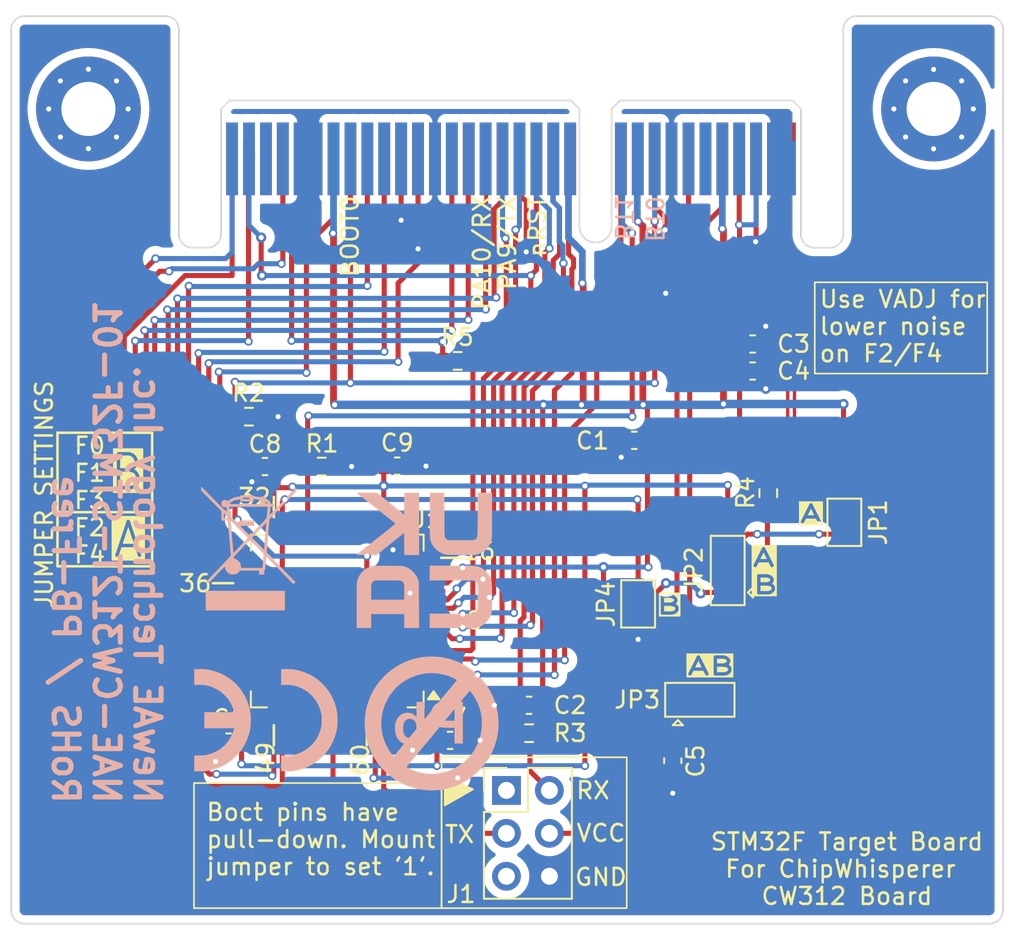
<source format=kicad_pcb>
(kicad_pcb (version 20240108) (generator "pcbnew") (generator_version "8.0")
  (layers (0 "F.Cu" signal) (31 "B.Cu" signal) (34 "B.Paste" user) (35 "F.Paste" user) (36 "B.SilkS" user "B.Silkscreen") (37 "F.SilkS" user "F.Silkscreen") (38 "B.Mask" user) (39 "F.Mask" user) (44 "Edge.Cuts" user))
  (net 0 "")
  (net 1 "VCC")
  (net 2 "GND")
  (net 3 "/FILT_HP")
  (net 4 "Net-(U1B-VDD_1)")
  (net 6 "/CAN RX")
  (net 7 "/CAN TX")
  (net 9 "Net-(U1A-VSS_1)")
  (net 10 "Net-(P1-SHUNTL)")
  (net 11 "Net-(P1-VCC1.2)")
  (net 12 "Net-(P1-FILTIN)")
  (net 13 "/PC3")
  (net 14 "/TX")
  (net 16 "/TDI")
  (net 17 "/BOOT1")
  (net 19 "/PC1")
  (net 20 "/LED2")
  (net 22 "/TCK")
  (net 23 "/nRST")
  (net 24 "/LED3")
  (net 28 "/BOOT0")
  (net 29 "/GPIO3")
  (net 30 "/TRST")
  (net 32 "/CS")
  (net 34 "/PC0")
  (net 36 "/PC2")
  (net 38 "/MISO")
  (net 39 "/LED1")
  (net 40 "/SCK")
  (net 41 "/TMS")
  (net 42 "/MOSI")
  (net 46 "/TDO")
  (net 48 "Net-(P1-CLKOUT)")
  (net 51 "/GPIO4")
  (net 53 "/RX")
  (net 54 "/CLKI")
  (net 75 "/TD0")
  (footprint "Resistor_SMD:R_0603_1608Metric" (layer "F.Cu") (at 125.325 79.25)
    (property "Reference" "R2")
    (property "Value" "RES_10k_0603" (hide yes))
  )
  (footprint "Capacitor_SMD:C_0603_1608Metric" (layer "F.Cu") (at 150.4 99.6 90)
    (property "Reference" "C5")
    (property "Value" "CAP_100n_25V_0603" (hide yes))
  )
  (footprint "tutorial_2_library:CW312_Template" (layer "F.Cu") (at 115.83 61.045)
    (property "Reference" "P1" (hide yes))
    (property "Value" "PCIEx4 EDGE CONNECTOR" (hide yes))
    (fp_line (start -4.57 -4.69) (end -4.57 47.4) (stroke (width 0.1)) (layer "Edge.Cuts"))
    (fp_line (start 4.55 -5.49) (end -3.77 -5.49) (stroke (width 0.1)) (layer "Edge.Cuts"))
    (fp_line (start 5.35 7.4) (end 5.35 -4.69) (stroke (width 0.1)) (layer "Edge.Cuts"))
    (fp_line (start 7.05 8.2) (end 6.15 8.2) (stroke (width 0.1)) (layer "Edge.Cuts"))
    (fp_line (start 7.85 0) (end 8.35 -0.5) (stroke (width 0.1)) (layer "Edge.Cuts"))
    (fp_line (start 7.85 7.4) (end 7.85 0) (stroke (width 0.1)) (layer "Edge.Cuts"))
    (fp_line (start 28.55 -0.5) (end 8.35 -0.5) (stroke (width 0.1)) (layer "Edge.Cuts"))
    (fp_line (start 29.05 0) (end 28.55 -0.5) (stroke (width 0.1)) (layer "Edge.Cuts"))
    (fp_line (start 29.05 6.95) (end 29.05 0) (stroke (width 0.1)) (layer "Edge.Cuts"))
    (fp_line (start 30.95 0) (end 31.45 -0.5) (stroke (width 0.1)) (layer "Edge.Cuts"))
    (fp_line (start 30.95 6.95) (end 30.95 0) (stroke (width 0.1)) (layer "Edge.Cuts"))
    (fp_line (start 41.65 -0.5) (end 31.45 -0.5) (stroke (width 0.1)) (layer "Edge.Cuts"))
    (fp_line (start 42.15 0) (end 41.65 -0.5) (stroke (width 0.1)) (layer "Edge.Cuts"))
    (fp_line (start 42.15 7.41) (end 42.15 0) (stroke (width 0.1)) (layer "Edge.Cuts"))
    (fp_line (start 42.95 8.21) (end 43.86 8.21) (stroke (width 0.1)) (layer "Edge.Cuts"))
    (fp_line (start 44.66 7.41) (end 44.66 -4.69) (stroke (width 0.1)) (layer "Edge.Cuts"))
    (fp_line (start 45.46 -5.49) (end 53.31 -5.49) (stroke (width 0.1)) (layer "Edge.Cuts"))
    (fp_line (start 53.31 48.2) (end -3.77 48.2) (stroke (width 0.1)) (layer "Edge.Cuts"))
    (fp_line (start 54.11 -4.69) (end 54.11 47.4) (stroke (width 0.1)) (layer "Edge.Cuts"))
    (fp_arc (start -4.57 -4.69) (mid -4.335685 -5.255685) (end -3.77 -5.49) (stroke (width 0.1)) (layer "Edge.Cuts"))
    (fp_arc (start -3.77 48.2) (mid -4.335685 47.965685) (end -4.57 47.4) (stroke (width 0.1)) (layer "Edge.Cuts"))
    (fp_arc (start 4.55 -5.49) (mid 5.115685 -5.255685) (end 5.35 -4.69) (stroke (width 0.1)) (layer "Edge.Cuts"))
    (fp_arc (start 6.15 8.2) (mid 5.584315 7.965685) (end 5.35 7.4) (stroke (width 0.1)) (layer "Edge.Cuts"))
    (fp_arc (start 7.85 7.4) (mid 7.615685 7.965685) (end 7.05 8.2) (stroke (width 0.1)) (layer "Edge.Cuts"))
    (fp_arc (start 30.95 6.95) (mid 30 7.9) (end 29.05 6.95) (stroke (width 0.1)) (layer "Edge.Cuts"))
    (fp_arc (start 42.95 8.21) (mid 42.384315 7.975685) (end 42.15 7.41) (stroke (width 0.1)) (layer "Edge.Cuts"))
    (fp_arc (start 44.66 -4.69) (mid 44.894315 -5.255685) (end 45.46 -5.49) (stroke (width 0.1)) (layer "Edge.Cuts"))
    (fp_arc (start 44.66 7.41) (mid 44.425685 7.975685) (end 43.86 8.21) (stroke (width 0.1)) (layer "Edge.Cuts"))
    (fp_arc (start 53.31 -5.49) (mid 53.875685 -5.255685) (end 54.11 -4.69) (stroke (width 0.1)) (layer "Edge.Cuts"))
    (fp_arc (start 54.11 47.4) (mid 53.875685 47.965685) (end 53.31 48.2) (stroke (width 0.1)) (layer "Edge.Cuts"))
  )
  (footprint "Resistor_SMD:R_0603_1608Metric" (layer "F.Cu") (at 156.05 83.775 90)
    (property "Reference" "R4")
    (property "Value" "22R_0603" (hide yes))
  )
  (footprint "Jumper:SolderJumper-2_P1.3mm_Open_Pad1.0x1.5mm" (layer "F.Cu") (at 160.55 85.5 90)
    (property "Reference" "JP1")
    (property "Value" "~")
  )
  (footprint "Package_QFP:TQFP-64_10x10mm_P0.5mm" (layer "F.Cu") (at 130.55 91.3375 180)
    (property "Reference" "U1")
    (property "Value" "STM32F100RBT6B" (hide yes))
  )
  (footprint "Jumper:SolderJumper-2_P1.3mm_Open_Pad1.0x1.5mm" (layer "F.Cu") (at 148.35 90.325 90)
    (property "Reference" "JP4")
    (property "Value" "~")
  )
  (footprint "Capacitor_SMD:C_0603_1608Metric" (layer "F.Cu") (at 155.125 74.95 180)
    (property "Reference" "C3")
    (property "Value" "CAP_2u2_10V_0603" (hide yes))
  )
  (footprint "Capacitor_SMD:C_0603_1608Metric" (layer "F.Cu") (at 141.9 96.325)
    (property "Reference" "C2")
    (property "Value" "CAP_100n_25V_0603" (hide yes))
  )
  (footprint "Silkscrren_Symbols:Pb_Free_8.0x8.0mm_SilkScreen" (layer "F.Cu") (at 135.4 97.4)
    (property "Reference" "PCB3" (hide yes))
    (property "Value" "Pb_Free" (hide yes))
  )
  (footprint "Resistor_SMD:R_0603_1608Metric" (layer "F.Cu") (at 141.9 97.975)
    (property "Reference" "R3")
    (property "Value" "RES_10k_0603" (hide yes))
  )
  (footprint "Capacitor_SMD:C_0603_1608Metric" (layer "F.Cu") (at 155.125 76.55 180)
    (property "Reference" "C4")
    (property "Value" "CAP_100n_25V_0603" (hide yes))
  )
  (footprint "Silkscrren_Symbols:CE-Logo_8.5x6mm_SilkScreen" (layer "F.Cu") (at 126.332909 97.200791)
    (property "Reference" "PCB1" (hide yes))
    (property "Value" "CE" (hide yes))
  )
  (footprint "Capacitor_SMD:C_0603_1608Metric" (layer "F.Cu") (at 148.125 80.65)
    (property "Reference" "C1")
    (property "Value" "CAP_100n_25V_0603" (hide yes))
  )
  (footprint "Resistor_SMD:R_0603_1608Metric" (layer "F.Cu") (at 137.675 75.95)
    (property "Reference" "R5")
    (property "Value" "RES_22R_0603" (hide yes))
  )
  (footprint "Jumper:SolderJumper-3_P1.3mm_Bridged2Bar12_Pad1.0x1.5mm" (layer "F.Cu") (at 153.65 88.35 90)
    (property "Reference" "JP2")
    (property "Value" "~")
  )
  (footprint "Capacitor_SMD:C_0603_1608Metric" (layer "F.Cu") (at 126.275 82.2)
    (property "Reference" "C8")
    (property "Value" "CAP_100n_25V_0603" (hide yes))
  )
  (footprint "Resistor_SMD:R_0603_1608Metric" (layer "F.Cu") (at 129.625 82.2)
    (property "Reference" "R1")
    (property "Value" "RES_10k_0603" (hide yes))
  )
  (footprint "Connector_PinHeader_2.54mm:PinHeader_2x03_P2.54mm_Vertical" (layer "F.Cu") (at 140.56 101.36)
    (property "Reference" "J1")
    (property "Value" "HDR_2x3_2.54")
  )
  (footprint "Silkscrren_Symbols:UKCA-Logo_8x8mm_SilkScreen" (layer "F.Cu") (at 135.069899 87.750334)
    (property "Reference" "PCB4" (hide yes))
    (property "Value" "UKCA symbol" (hide yes))
  )
  (footprint "Capacitor_SMD:C_0603_1608Metric" (layer "F.Cu") (at 137.225 98.4 180)
    (property "Reference" "C7")
    (property "Value" "CAP_100n_25V_0603" (hide yes))
  )
  (footprint "Capacitor_SMD:C_0603_1608Metric" (layer "F.Cu") (at 124.125 98.5)
    (property "Reference" "C6")
    (property "Value" "CAP_100n_25V_0603" (hide yes))
  )
  (footprint "Capacitor_SMD:C_0603_1608Metric" (layer "F.Cu") (at 134.1 82.175 180)
    (property "Reference" "C9")
    (property "Value" "CAP_100n_25V_0603" (hide yes))
  )
  (footprint "Silkscrren_Symbols:WEEE-Logo_5.6x8mm_SilkScreen" (layer "F.Cu") (at 124.232909 86.700791)
    (property "Reference" "PCB2" (hide yes))
    (property "Value" "WEEE" (hide yes))
  )
  (footprint "Jumper:SolderJumper-3_P1.3mm_Bridged2Bar12_Pad1.0x1.5mm" (layer "F.Cu") (at 152 96)
    (property "Reference" "JP3")
    (property "Value" "~" (hide yes))
  )
  (gr_line (start 125.6 63.9) (end 125.2 64.3) (stroke (width 0.2)) (layer "B.Cu") (net 23))
  (gr_line (start 137.5 91.3) (end 138.1 91.3) (stroke (width 0.153)) (layer "F.SilkS"))
  (gr_line (start 126.8 83.999999) (end 126.8 85.200001) (stroke (width 0.153)) (layer "F.SilkS"))
  (gr_rect (start 114 80.2) (end 119.6 88.1) (stroke (width 0.153)) (fill none) (layer "F.SilkS"))
  (gr_line (start 136.5 91.6) (end 137.2 91.6) (stroke (width 0.153)) (layer "F.SilkS"))
  (gr_line (start 136.7 87.6) (end 137.9 87.6) (stroke (width 0.153)) (layer "F.SilkS"))
  (gr_line (start 132.3 98.7) (end 132.3 97.5) (stroke (width 0.153)) (layer "F.SilkS"))
  (gr_line (start 123.2 89.1) (end 124.4 89.1) (stroke (width 0.153)) (layer "F.SilkS"))
  (gr_line (start 114 84.9) (end 119.6 84.9) (stroke (width 0.153)) (layer "F.SilkS"))
  (gr_line (start 140.5 66.2) (end 140.5 66.4) (stroke (width 0.1)) (layer "F.SilkS"))
  (gr_rect (start 158.8 71.3) (end 169 76.7) (stroke (width 0.1)) (fill none) (layer "F.SilkS"))
  (gr_line (start 139.2 66.2) (end 139.2 66.4) (stroke (width 0.1)) (layer "F.SilkS"))
  (gr_line (start 137.2 91.6) (end 137.48786 91.31214) (stroke (width 0.153)) (layer "F.SilkS"))
  (gr_rect (start 122.075 100.925) (end 136.725 108.325) (stroke (width 0.1)) (fill none) (layer "F.SilkS"))
  (gr_rect (start 136.725 99.4) (end 147.675 108.325) (stroke (width 0.1)) (fill none) (layer "F.SilkS"))
  (gr_poly (pts (xy 138.584999 101.294286) (xy 136.91 102.251428) (xy 136.91 100.576429)) (stroke (width 0.1)) (fill solid) (layer "F.SilkS"))
  (gr_line (start 126.8 98.7) (end 126.8 97.5) (stroke (width 0.153)) (layer "F.SilkS"))
  (gr_text "BT0\n\n\n" (at 145.5 66.1 270) (layer "B.SilkS") (effects (font (size 1 1) (thickness 0.153)) (justify right bottom mirror)))
  (gr_text "NewAE Technology Inc.\nNAE-CW312T-STM32F-01\nRoHS / PB-Free" (at 113.6 102.3 270) (layer "B.SilkS") (effects (font (size 1.5 1.5) (thickness 0.3) (bold yes)) (justify left bottom mirror)))
  (gr_text "BT1\n\n\n" (at 143.7 66 270) (layer "B.SilkS") (effects (font (size 1 1) (thickness 0.153)) (justify right bottom mirror)))
  (gr_text "VCC\n" (at 144.625 104.475 0) (layer "F.SilkS") (effects (font (size 1 1) (thickness 0.153)) (justify left bottom)))
  (gr_text "36" (at 121.1 89.7 0) (layer "F.SilkS") (effects (font (size 1 1) (thickness 0.153)) (justify left bottom)))
  (gr_text "BOOT0\n\n" (at 133.5 71.090476 90) (layer "F.SilkS") (effects (font (size 1 1) (thickness 0.153)) (justify left bottom)))
  (gr_text "JUMPER SETTINGS\n" (at 113.8 90.7 90) (layer "F.SilkS") (effects (font (size 1 1) (thickness 0.153)) (justify left bottom)))
  (gr_text "32" (at 124.6 84.6 0) (layer "F.SilkS") (effects (font (size 1 1) (thickness 0.153)) (justify left bottom)))
  (gr_text "nRST\n\n\n" (at 146.2 69.9 90) (layer "F.SilkS") (effects (font (size 1 1) (thickness 0.153)) (justify left bottom)))
  (gr_text "B" (at 117 83.7 0) (layer "F.SilkS" knockout) (effects (font (size 2 2) (thickness 0.2) (bold yes)) (justify left bottom)))
  (gr_text "F0\nF1\nF3\nF2\nF4" (at 114.9 88 0) (layer "F.SilkS") (effects (font (size 1 1) (thickness 0.153)) (justify left bottom)))
  (gr_text "49" (at 126.9 100.5 90) (layer "F.SilkS") (effects (font (size 1 1) (thickness 0.153)) (justify left bottom)))
  (gr_text "60" (at 132.5 100.6 90) (layer "F.SilkS") (effects (font (size 1 1) (thickness 0.153)) (justify left bottom)))
  (gr_text "TX\n" (at 136.825 104.55 0) (layer "F.SilkS") (effects (font (size 1 1) (thickness 0.153)) (justify left bottom)))
  (gr_text "B\n" (at 149.3 91 0) (layer "F.SilkS" knockout) (effects (font (size 1 1.5) (thickness 0.2)) (justify left bottom)))
  (gr_text " AB \n" (at 150 94.6 0) (layer "F.SilkS" knockout) (effects (font (size 1 1.5) (thickness 0.2)) (justify left bottom)))
  (gr_text "8" (at 138.1 91.9 0) (layer "F.SilkS") (effects (font (size 1 1) (thickness 0.153)) (justify left bottom)))
  (gr_text "GND\n" (at 144.525 107.075 0) (layer "F.SilkS") (effects (font (size 1 1) (thickness 0.153)) (justify left bottom)))
  (gr_text "PA10/RX\n" (at 139.7 73.042857 90) (layer "F.SilkS") (effects (font (size 1 1) (thickness 0.153)) (justify left bottom)))
  (gr_text "Boct pins have \npull-down. Mount \njumper to set '1'." (at 122.725 106.45 0) (layer "F.SilkS") (effects (font (size 1 1) (thickness 0.153)) (justify left bottom)))
  (gr_text "STM32F Target Board\nFor ChipWhisperer \nCW312 Board\n" (at 160.7 108.2 0) (layer "F.SilkS") (effects (font (size 1 1) (thickness 0.153)) (justify bottom)))
  (gr_text "A\nB\n" (at 155 89.8 0) (layer "F.SilkS" knockout) (effects (font (size 1 1.5) (thickness 0.2)) (justify left bottom)))
  (gr_text "PA9/TX\n" (at 141.2 71.852381 90) (layer "F.SilkS") (effects (font (size 1 1) (thickness 0.153)) (justify left bottom)))
  (gr_text "Use VADJ for \nlower noise \non F2/F4" (at 159 76.1 0) (layer "F.SilkS") (effects (font (size 1 1) (thickness 0.153)) (justify left bottom)))
  (gr_text "16" (at 137.9 87.8 0) (layer "F.SilkS") (effects (font (size 1 1) (thickness 0.153)) (justify left bottom)))
  (gr_text "A" (at 157.8 85.6 0) (layer "F.SilkS" knockout) (effects (font (size 1 1.5) (thickness 0.2)) (justify left bottom)))
  (gr_text "A" (at 117.2 87.7 0) (layer "F.SilkS" knockout) (effects (font (size 2 2) (thickness 0.2)) (justify left bottom)))
  (gr_text "RX" (at 144.6 101.95 0) (layer "F.SilkS") (effects (font (size 1 1) (thickness 0.153)) (justify left bottom)))
  (segment (start 142.625 96.375) (end 142.675 96.325) (width 0.3) (layer "F.Cu") (net 1))
  (segment (start 145 78.55) (end 145.1 78.45) (width 0.4) (layer "F.Cu") (net 1))
  (segment (start 145.1 78.45) (end 145.1 71.4) (width 0.4) (layer "F.Cu") (net 1))
  (segment (start 142.75 78.55) (end 142.7 78.6) (width 0.3) (layer "F.Cu") (net 1))
  (segment (start 137.973733 88.193032) (end 137.947588 88.193032) (width 0.3) (layer "F.Cu") (net 1))
  (segment (start 145.55 103.9) (end 143.125 103.9) (width 0.3) (layer "F.Cu") (net 1))
  (segment (start 137.05312 89.0875) (end 136.2125 89.0875) (width 0.3) (layer "F.Cu") (net 1))
  (segment (start 153.33 68.13) (end 153.4 68.2) (width 0.4) (layer "F.Cu") (net 1))
  (segment (start 137.947588 88.193032) (end 137.05312 89.0875) (width 0.3) (layer "F.Cu") (net 1))
  (segment (start 146.3 88.15) (end 146.3 98.85) (width 0.3) (layer "F.Cu") (net 1))
  (segment (start 146.3 103.15) (end 145.55 103.9) (width 0.3) (layer "F.Cu") (net 1))
  (segment (start 153.4 68.2) (end 153.4 78.5) (width 0.4) (layer "F.Cu") (net 1))
  (segment (start 146.3 98.85) (end 148.4 98.85) (width 0.3) (layer "F.Cu") (net 1))
  (segment (start 148.9 88.1) (end 148.9 80.65) (width 0.3) (layer "F.Cu") (net 1))
  (segment (start 148.4 98.85) (end 153.3 98.85) (width 0.3) (layer "F.Cu") (net 1))
  (segment (start 142.725 96.275) (end 142.675 96.325) (width 0.3) (layer "F.Cu") (net 1))
  (segment (start 148.63 78.53) (end 148.63 67.98) (width 0.4) (layer "F.Cu") (net 1))
  (segment (start 148.63 67.98) (end 148.35 67.7) (width 0.4) (layer "F.Cu") (net 1))
  (segment (start 130.4 78.55) (end 130.33 78.48) (width 0.4) (layer "F.Cu") (net 1))
  (segment (start 160.5 78.5) (end 160.5 84.8) (width 0.3) (layer "F.Cu") (net 1))
  (segment (start 145.1 71.4) (end 145.05 71.35) (width 0.4) (layer "F.Cu") (net 1))
  (segment (start 130.3 68.4) (end 130.33 68.43) (width 0.3) (layer "F.Cu") (net 1))
  (segment (start 153.4 78.5) (end 153.35 78.45) (width 0.4) (layer "F.Cu") (net 1))
  (segment (start 153.3 98.85) (end 153.3 96) (width 0.3) (layer "F.Cu") (net 1))
  (segment (start 148.65 78.55) (end 148.9 78.8) (width 0.3) (layer "F.Cu") (net 1))
  (segment (start 148.9 78.8) (end 148.9 80.65) (width 0.3) (layer "F.Cu") (net 1))
  (segment (start 142.7 78.6) (end 142.7 97.95) (width 0.3) (layer "F.Cu") (net 1))
  (segment (start 142.625 96.275) (end 142.675 96.325) (width 0.3) (layer "F.Cu") (net 1))
  (segment (start 146.3 98.85) (end 146.3 103.15) (width 0.3) (layer "F.Cu") (net 1))
  (segment (start 142.7 97.95) (end 142.725 97.975) (width 0.3) (layer "F.Cu") (net 1))
  (segment (start 160.5 84.8) (end 160.55 84.85) (width 0.3) (layer "F.Cu") (net 1))
  (segment (start 148.65 78.55) (end 148.63 78.53) (width 0.4) (layer "F.Cu") (net 1))
  (segment (start 130.33 78.48) (end 130.33 68.43) (width 0.4) (layer "F.Cu") (net 1))
  (segment (start 148.95 88.15) (end 148.9 88.1) (width 0.3) (layer "F.Cu") (net 1))
  (via (at 130.4 78.55) (size 0.5) (drill 0.3) (layers "F.Cu" "B.Cu") (net 1))
  (via (at 145 78.55) (size 0.5) (drill 0.3) (layers "F.Cu" "B.Cu") (net 1))
  (via (at 137.973733 88.193032) (size 0.5) (drill 0.3) (layers "F.Cu" "B.Cu") (net 1))
  (via (at 130.3 68.4) (size 0.5) (drill 0.3) (layers "F.Cu" "B.Cu") (net 1))
  (via (at 146.3 88.15) (size 0.6) (drill 0.3) (layers "F.Cu" "B.Cu") (net 1))
  (via (at 145.05 71.35) (size 0.5) (drill 0.3) (layers "F.Cu" "B.Cu") (net 1))
  (via (at 148.65 78.55) (size 0.5) (drill 0.3) (layers "F.Cu" "B.Cu") (net 1))
  (via (at 148.35 67.7) (size 0.5) (drill 0.3) (layers "F.Cu" "B.Cu") (net 1))
  (via (at 153.33 68.13) (size 0.5) (drill 0.3) (layers "F.Cu" "B.Cu") (net 1))
  (via (at 160.5 78.5) (size 0.6) (drill 0.3) (layers "F.Cu" "B.Cu") (net 1))
  (via (at 148.95 88.15) (size 0.5) (drill 0.3) (layers "F.Cu" "B.Cu") (net 1))
  (via (at 153.4 78.5) (size 0.5) (drill 0.3) (layers "F.Cu" "B.Cu") (net 1))
  (via (at 142.75 78.55) (size 0.6) (drill 0.3) (layers "F.Cu" "B.Cu") (net 1))
  (segment (start 138.016765 88.15) (end 137.973733 88.193032) (width 0.3) (layer "B.Cu") (net 1))
  (segment (start 148.3 67.65) (end 148.35 67.7) (width 0.4) (layer "B.Cu") (net 1))
  (segment (start 130.33 63.995) (end 130.33 68.37) (width 0.4) (layer "B.Cu") (net 1))
  (segment (start 142.75 78.55) (end 130.4 78.55) (width 0.5) (layer "B.Cu") (net 1))
  (segment (start 148.3 64.065) (end 148.3 67.65) (width 0.4) (layer "B.Cu") (net 1))
  (segment (start 148.33 63.995) (end 148.35 64.015) (width 0.3) (layer "B.Cu") (net 1))
  (segment (start 148.35 64.015) (end 148.3 64.065) (width 0.4) (layer "B.Cu") (net 1))
  (segment (start 160.5 78.5) (end 153.4 78.5) (width 0.5) (layer "B.Cu") (net 1))
  (segment (start 153.35 78.55) (end 142.75 78.55) (width 0.5) (layer "B.Cu") (net 1))
  (segment (start 144.23 68.670493) (end 144.23 63.995) (width 0.4) (layer "B.Cu") (net 1))
  (segment (start 153.33 63.995) (end 153.33 68.13) (width 0.4) (layer "B.Cu") (net 1))
  (segment (start 130.33 68.37) (end 130.3 68.4) (width 0.3) (layer "B.Cu") (net 1))
  (segment (start 146.3 88.15) (end 138.016765 88.15) (width 0.3) (layer "B.Cu") (net 1))
  (segment (start 148.95 88.15) (end 146.3 88.15) (width 0.3) (layer "B.Cu") (net 1))
  (segment (start 145.05 71.35) (end 145.05 69.490493) (width 0.4) (layer "B.Cu") (net 1))
  (segment (start 145.05 69.490493) (end 144.23 68.670493) (width 0.4) (layer "B.Cu") (net 1))
  (segment (start 153.4 78.5) (end 153.35 78.55) (width 0.5) (layer "B.Cu") (net 1))
  (segment (start 135.33 69.32147) (end 135.33 63.995) (width 0.3) (layer "F.Cu") (net 2))
  (segment (start 147.35 80.65) (end 147.35 81.65) (width 0.3) (layer "F.Cu") (net 2))
  (segment (start 149.95 67.47147) (end 149.33 66.85147) (width 0.3) (layer "F.Cu") (net 2))
  (segment (start 138 98.4) (end 139 98.4) (width 0.3) (layer "F.Cu") (net 2))
  (segment (start 141.33 66.125) (end 141.33 63.995) (width 0.3) (layer "F.Cu") (net 2))
  (segment (start 155.33 63.995) (end 155.33 68.87) (width 0.3) (layer "F.Cu") (net 2))
  (segment (start 141.125 96.325) (end 139.85 96.325) (width 0.3) (layer "F.Cu") (net 2))
  (segment (start 134.3 98.919365) (end 133.8 98.419365) (width 0.3) (layer "F.Cu") (net 2))
  (segment (start 149.33 66.85147) (end 149.33 63.995) (width 0.3) (layer "F.Cu") (net 2))
  (segment (start 134.95 89.5875) (end 134.85 89.6875) (width 0.3) (layer "F.Cu") (net 2))
  (segment (start 155.9 76.55) (end 155.9 77.6) (width 0.3) (layer "F.Cu") (net 2))
  (segment (start 141.73 66.525) (end 141.33 66.125) (width 0.3) (layer "F.Cu") (net 2))
  (segment (start 133.8 98.419365) (end 133.8 97) (width 0.3) (layer "F.Cu") (net 2))
  (segment (start 133.8 85.675) (end 133.8 87.075) (width 0.3) (layer "F.Cu") (net 2))
  (segment (start 141.73 69.5) (end 141.73 66.525) (width 0.3) (layer "F.Cu") (net 2))
  (segment (start 133.8 87.075) (end 133.85 87.125) (width 0.3) (layer "F.Cu") (net 2))
  (segment (start 149.95 71.919999) (end 149.95 68.2) (width 0.3) (layer "F.Cu") (net 2))
  (segment (start 135 98.975) (end 134.944365 98.919365) (width 0.3) (layer "F.Cu") (net 2))
  (segment (start 148.35 90.975) (end 148.35 92.425) (width 0.3) (layer "F.Cu") (net 2))
  (segment (start 126.15 79.25) (end 127.05 79.25) (width 0.2) (layer "F.Cu") (net 2))
  (segment (start 155.9 74.95) (end 155.9 73.9) (width 0.3) (layer "F.Cu") (net 2))
  (segment (start 130.45 82.2) (end 131.4 82.2) (width 0.3) (layer "F.Cu") (net 2))
  (segment (start 149.980001 71.95) (end 149.95 71.919999) (width 0.3) (layer "F.Cu") (net 2))
  (segment (start 150.4 100.375) (end 150.4 101.525) (width 0.3) (layer "F.Cu") (net 2))
  (segment (start 123.35 98.5) (end 123.35 99.65) (width 0.3) (layer "F.Cu") (net 2))
  (segment (start 155.33 68.87) (end 155.3 68.9) (width 0.2) (layer "F.Cu") (net 2))
  (segment (start 149.95 68.2) (end 149.95 67.47147) (width 0.3) (layer "F.Cu") (net 2))
  (segment (start 134.875 82.175) (end 135.8 82.175) (width 0.3) (layer "F.Cu") (net 2))
  (segment (start 134.33 67.63) (end 134.33 63.995) (width 0.3) (layer "F.Cu") (net 2))
  (segment (start 134.944365 98.919365) (end 134.3 98.919365) (width 0.3) (layer "F.Cu") (net 2))
  (segment (start 125.5 82.2) (end 125.5 83.1) (width 0.3) (layer "F.Cu") (net 2))
  (segment (start 136.2125 89.5875) (end 134.95 89.5875) (width 0.3) (layer "F.Cu") (net 2))
  (via (at 125.5 83.1) (size 0.5) (drill 0.3) (layers "F.Cu" "B.Cu") (net 2))
  (via (at 155.3 68.9) (size 0.5) (drill 0.3) (layers "F.Cu" "B.Cu") (net 2))
  (via (at 134.85 89.6875) (size 0.5) (drill 0.3) (layers "F.Cu" "B.Cu") (net 2))
  (via (at 147.35 81.65) (size 0.6) (drill 0.3) (layers "F.Cu" "B.Cu") (net 2))
  (via (at 155.9 73.9) (size 0.6) (drill 0.3) (layers "F.Cu" "B.Cu") (net 2))
  (via (at 135 98.975) (size 0.5) (drill 0.3) (layers "F.Cu" "B.Cu") (net 2))
  (via (at 135.8 82.175) (size 0.5) (drill 0.3) (layers "F.Cu" "B.Cu") (net 2))
  (via (at 135.33 69.32147) (size 0.5) (drill 0.3) (layers "F.Cu" "B.Cu") (net 2))
  (via (at 155.9 77.6) (size 0.6) (drill 0.3) (layers "F.Cu" "B.Cu") (net 2))
  (via (at 139 98.4) (size 0.5) (drill 0.3) (layers "F.Cu" "B.Cu") (net 2))
  (via (at 141.73 69.5) (size 0.5) (drill 0.3) (layers "F.Cu" "B.Cu") (net 2))
  (via (at 127.05 79.25) (size 0.5) (drill 0.3) (layers "F.Cu" "B.Cu") (net 2))
  (via (at 149.95 68.2) (size 0.5) (drill 0.3) (layers "F.Cu" "B.Cu") (net 2))
  (via (at 149.980001 71.95) (size 0.6) (drill 0.3) (layers "F.Cu" "B.Cu") (net 2))
  (via (at 150.4 101.525) (size 0.6) (drill 0.3) (layers "F.Cu" "B.Cu") (net 2))
  (via (at 139.85 96.325) (size 0.5) (drill 0.3) (layers "F.Cu" "B.Cu") (net 2))
  (via (at 131.4 82.2) (size 0.6) (drill 0.3) (layers "F.Cu" "B.Cu") (net 2))
  (via (at 133.85 87.125) (size 0.5) (drill 0.3) (layers "F.Cu" "B.Cu") (net 2))
  (via (at 148.35 92.425) (size 0.6) (drill 0.3) (layers "F.Cu" "B.Cu") (net 2))
  (via (at 134.33 67.63) (size 0.5) (drill 0.3) (layers "F.Cu" "B.Cu") (net 2))
  (via (at 123.35 99.65) (size 0.6) (drill 0.3) (layers "F.Cu" "B.Cu") (net 2))
  (segment (start 129.4 64.065) (end 129.33 63.995) (width 0.3) (layer "B.Cu") (net 2))
  (segment (start 144.561473 71.95) (end 149.980001 71.95) (width 0.3) (layer "B.Cu") (net 2))
  (segment (start 141.73 69.5) (end 142.111473 69.5) (width 0.3) (layer "B.Cu") (net 2))
  (segment (start 135.33 67.52) (end 136.33 66.52) (width 0.3) (layer "B.Cu") (net 2))
  (segment (start 135.40853 69.4) (end 141.63 69.4) (width 0.3) (layer "B.Cu") (net 2))
  (segment (start 141.63 69.4) (end 141.73 69.5) (width 0.3) (layer "B.Cu") (net 2))
  (segment (start 135.33 69.32147) (end 135.40853 69.4) (width 0.3) (layer "B.Cu") (net 2))
  (segment (start 135.33 69.32147) (end 135.33 67.52) (width 0.3) (layer "B.Cu") (net 2))
  (segment (start 136.33 66.52) (end 136.33 63.995) (width 0.3) (layer "B.Cu") (net 2))
  (segment (start 142.111473 69.5) (end 144.561473 71.95) (width 0.3) (layer "B.Cu") (net 2))
  (segment (start 157.33 69.93) (end 157.33 64.545) (width 0.2) (layer "B.Cu") (net 2))
  (segment (start 129.33 66.77) (end 129.33 63.995) (width 0.3) (layer "B.Cu") (net 2))
  (segment (start 128.4 64.065) (end 128.33 63.995) (width 0.3) (layer "B.Cu") (net 2))
  (segment (start 154.33 67.9) (end 154.33 63.995) (width 0.3) (layer "F.Cu") (net 3))
  (segment (start 156.05 83.55) (end 156.05 82.95) (width 0.2) (layer "F.Cu") (net 3))
  (segment (start 156.4 82.95) (end 156.05 82.95) (width 0.3) (layer "F.Cu") (net 3))
  (segment (start 154.33 67.92) (end 154.35 67.94) (width 0.3) (layer "F.Cu") (net 3))
  (segment (start 154.33 67.9) (end 154.33 67.92) (width 0.3) (layer "F.Cu") (net 3))
  (segment (start 156.05 81.4) (end 156.05 82.95) (width 0.3) (layer "F.Cu") (net 3))
  (segment (start 154.35 74.95) (end 154.35 76.55) (width 0.3) (layer "F.Cu") (net 3))
  (segment (start 157.2 82.6) (end 157.2 83.4) (width 0.2) (layer "F.Cu") (net 3))
  (segment (start 154.35 79.7) (end 154.35 76.55) (width 0.3) (layer "F.Cu") (net 3))
  (segment (start 157.05 83.55) (end 156.05 83.55) (width 0.2) (layer "F.Cu") (net 3))
  (segment (start 156.05 81.4) (end 154.35 79.7) (width 0.3) (layer "F.Cu") (net 3))
  (segment (start 154.35 67.94) (end 154.35 74.95) (width 0.3) (layer "F.Cu") (net 3))
  (segment (start 156.33 63.995) (end 156.33 69.83) (width 0.2) (layer "F.Cu") (net 3))
  (segment (start 156.33 69.83) (end 157.2 70.7) (width 0.2) (layer "F.Cu") (net 3))
  (segment (start 157.2 83.4) (end 157.05 83.55) (width 0.2) (layer "F.Cu") (net 3))
  (segment (start 157.2 70.7) (end 157.2 82.68) (width 0.2) (layer "F.Cu") (net 3))
  (via (at 154.33 67.9) (size 0.5) (drill 0.3) (layers "F.Cu" "B.Cu") (net 3))
  (segment (start 155.33 63.995) (end 155.33 67.9) (width 0.3) (layer "B.Cu") (net 3))
  (segment (start 155.33 67.9) (end 154.33 67.9) (width 0.3) (layer "B.Cu") (net 3))
  (segment (start 127.85 83.45) (end 127.1 83.45) (width 0.3) (layer "F.Cu") (net 4))
  (segment (start 153.65 87.05) (end 153.95 87.05) (width 0.3) (layer "F.Cu") (net 4))
  (segment (start 134.3 98.212259) (end 134.462741 98.375) (width 0.3) (layer "F.Cu") (net 4))
  (segment (start 134.462741 98.375) (end 136.35 98.375) (width 0.3) (layer "F.Cu") (net 4))
  (segment (start 127.1 83.45) (end 126.8 83.45) (width 0.3) (layer "F.Cu") (net 4))
  (segment (start 159.05 86.2) (end 160.5 86.2) (width 0.3) (layer "F.Cu") (net 4))
  (segment (start 126.8 83.45) (end 126.8 85.675) (width 0.3) (layer "F.Cu") (net 4))
  (segment (start 124.8875 95.0875) (end 123.5875 95.0875) (width 0.3) (layer "F.Cu") (net 4))
  (segment (start 123.35 95.325) (end 123.35 96.05) (width 0.3) (layer "F.Cu") (net 4))
  (segment (start 133.3 83.35) (end 133.3 82.2) (width 0.3) (layer "F.Cu") (net 4))
  (segment (start 145.2 83.35) (end 145.2 99.9) (width 0.3) (layer "F.Cu") (net 4))
  (segment (start 127.05 83.4) (end 127.1 83.45) (width 0.2) (layer "F.Cu") (net 4))
  (segment (start 123.35 96.05) (end 124.8875 97.5875) (width 0.3) (layer "F.Cu") (net 4))
  (segment (start 136.45 99.9) (end 136.45 98.4) (width 0.3) (layer "F.Cu") (net 4))
  (segment (start 133.3 83.35) (end 133.3 85.625) (width 0.3) (layer "F.Cu") (net 4))
  (segment (start 153.65 86.75) (end 153.8 86.9) (width 0.3) (layer "F.Cu") (net 4))
  (segment (start 127.9 83.4) (end 127.85 83.45) (width 0.3) (layer "F.Cu") (net 4))
  (segment (start 127.05 82.2) (end 127.05 83.4) (width 0.3) (layer "F.Cu") (net 4))
  (segment (start 153.95 87.05) (end 154.8 86.2) (width 0.3) (layer "F.Cu") (net 4))
  (segment (start 124.8875 97.5875) (end 124.8875 99.8) (width 0.3) (layer "F.Cu") (net 4))
  (segment (start 134.3 97) (end 134.3 98.212259) (width 0.3) (layer "F.Cu") (net 4))
  (segment (start 154.8 86.2) (end 155.4 86.2) (width 0.3) (layer "F.Cu") (net 4))
  (segment (start 153.65 83.3) (end 153.65 86.75) (width 0.3) (layer "F.Cu") (net 4))
  (segment (start 123.5875 95.0875) (end 123.35 95.325) (width 0.3) (layer "F.Cu") (net 4))
  (segment (start 160.5 86.2) (end 160.55 86.15) (width 0.2) (layer "F.Cu") (net 4))
  (segment (start 133.3 82.2) (end 133.325 82.175) (width 0.3) (layer "F.Cu") (net 4))
  (via (at 153.65 83.3) (size 0.5) (drill 0.3) (layers "F.Cu" "B.Cu") (net 4))
  (via (at 133.3 83.35) (size 0.6) (drill 0.3) (layers "F.Cu" "B.Cu") (net 4))
  (via (at 124.8875 99.8) (size 0.5) (drill 0.3) (layers "F.Cu" "B.Cu") (net 4))
  (via (at 127.9 83.4) (size 0.5) (drill 0.3) (layers "F.Cu" "B.Cu") (net 4))
  (via (at 155.4 86.2) (size 0.5) (drill 0.3) (layers "F.Cu" "B.Cu") (net 4))
  (via (at 145.2 99.9) (size 0.5) (drill 0.3) (layers "F.Cu" "B.Cu") (net 4))
  (via (at 136.45 99.9) (size 0.5) (drill 0.3) (layers "F.Cu" "B.Cu") (net 4))
  (via (at 159.05 86.2) (size 0.5) (drill 0.3) (layers "F.Cu" "B.Cu") (net 4))
  (via (at 145.2 83.35) (size 0.5) (drill 0.3) (layers "F.Cu" "B.Cu") (net 4))
  (segment (start 155.4 86.2) (end 159.05 86.2) (width 0.3) (layer "B.Cu") (net 4))
  (segment (start 136.45 99.9) (end 124.9875 99.9) (width 0.3) (layer "B.Cu") (net 4))
  (segment (start 153.65 83.3) (end 145.25 83.3) (width 0.3) (layer "B.Cu") (net 4))
  (segment (start 153.7 83.35) (end 153.65 83.3) (width 0.3) (layer "B.Cu") (net 4))
  (segment (start 133.3 83.35) (end 133.25 83.4) (width 0.3) (layer "B.Cu") (net 4))
  (segment (start 124.9875 99.9) (end 124.8875 99.8) (width 0.3) (layer "B.Cu") (net 4))
  (segment (start 133.3 83.35) (end 145.2 83.35) (width 0.3) (layer "B.Cu") (net 4))
  (segment (start 133.25 83.4) (end 127.9 83.4) (width 0.3) (layer "B.Cu") (net 4))
  (segment (start 145.2 99.9) (end 136.45 99.9) (width 0.3) (layer "B.Cu") (net 4))
  (segment (start 145.25 83.3) (end 145.2 83.35) (width 0.3) (layer "B.Cu") (net 4))
  (segment (start 137.675 100.625) (end 140.325 97.975) (width 0.3) (layer "F.Cu") (net 6))
  (segment (start 141.95 98.4) (end 141.95 100.21) (width 0.3) (layer "F.Cu") (net 6))
  (segment (start 141.95 100.21) (end 143.125 101.385) (width 0.3) (layer "F.Cu") (net 6))
  (segment (start 141.525 97.975) (end 141.95 98.4) (width 0.3) (layer "F.Cu") (net 6))
  (segment (start 132.8 100.532364) (end 132.8 97) (width 0.3) (layer "F.Cu") (net 6))
  (segment (start 140.325 97.975) (end 141.075 97.975) (width 0.3) (layer "F.Cu") (net 6))
  (segment (start 141.075 97.975) (end 141.525 97.975) (width 0.3) (layer "F.Cu") (net 6))
  (segment (start 132.700829 100.631535) (end 132.8 100.532364) (width 0.3) (layer "F.Cu") (net 6))
  (via (at 132.700829 100.631535) (size 0.5) (drill 0.3) (layers "F.Cu" "B.Cu") (net 6))
  (via (at 137.675 100.625) (size 0.5) (drill 0.3) (layers "F.Cu" "B.Cu") (net 6))
  (segment (start 137.668465 100.631535) (end 132.700829 100.631535) (width 0.3) (layer "B.Cu") (net 6))
  (segment (start 137.675 100.625) (end 137.668465 100.631535) (width 0.3) (layer "B.Cu") (net 6))
  (segment (start 135.95 103.9) (end 140.56 103.9) (width 0.3) (layer "F.Cu") (net 7))
  (segment (start 133.3 100.382177) (end 133.300829 100.383006) (width 0.3) (layer "F.Cu") (net 7))
  (segment (start 140.56 103.9) (end 140.585 103.925) (width 0.3) (layer "F.Cu") (net 7))
  (segment (start 133.3 97) (end 133.3 100.382177) (width 0.3) (layer "F.Cu") (net 7))
  (segment (start 133.300829 101.250829) (end 135.95 103.9) (width 0.3) (layer "F.Cu") (net 7))
  (segment (start 133.300829 100.383006) (end 133.300829 101.250829) (width 0.3) (layer "F.Cu") (net 7))
  (segment (start 148.3 84.15) (end 148.35 84.2) (width 0.3) (layer "F.Cu") (net 9))
  (segment (start 153.35 89.75) (end 153.3 89.7) (width 0.3) (layer "F.Cu") (net 9))
  (segment (start 148.375 89.7) (end 148.35 89.675) (width 0.3) (layer "F.Cu") (net 9))
  (segment (start 127.3 84.3) (end 127.45 84.15) (width 0.3) (layer "F.Cu") (net 9))
  (segment (start 148.35 84.2) (end 148.35 89.475) (width 0.3) (layer "F.Cu") (net 9))
  (segment (start 150 89.1) (end 149.425 89.675) (width 0.3) (layer "F.Cu") (net 9))
  (segment (start 127.3 85.675) (end 127.3 84.3) (width 0.3) (layer "F.Cu") (net 9))
  (segment (start 152.1 89.65) (end 153.65 89.65) (width 0.3) (layer "F.Cu") (net 9))
  (segment (start 153.35 89.65) (end 153.3 89.7) (width 0.3) (layer "F.Cu") (net 9))
  (segment (start 127.3 94.5875) (end 124.8875 94.5875) (width 0.3) (layer "F.Cu") (net 9))
  (segment (start 127.3 85.675) (end 127.3 94.5875) (width 0.3) (layer "F.Cu") (net 9))
  (segment (start 152.05 89.7) (end 152.1 89.65) (width 0.3) (layer "F.Cu") (net 9))
  (segment (start 149.425 89.675) (end 148.35 89.675) (width 0.3) (layer "F.Cu") (net 9))
  (via (at 127.45 84.15) (size 0.5) (drill 0.3) (layers "F.Cu" "B.Cu") (net 9))
  (via (at 150 89.1) (size 0.6) (drill 0.3) (layers "F.Cu" "B.Cu") (net 9))
  (via (at 148.3 84.15) (size 0.5) (drill 0.3) (layers "F.Cu" "B.Cu") (net 9))
  (via (at 152.05 89.7) (size 0.6) (drill 0.3) (layers "F.Cu" "B.Cu") (net 9))
  (segment (start 152.05 89.7) (end 151.45 89.1) (width 0.3) (layer "B.Cu") (net 9))
  (segment (start 148.3 84.15) (end 127.45 84.15) (width 0.3) (layer "B.Cu") (net 9))
  (segment (start 151.45 89.1) (end 150 89.1) (width 0.3) (layer "B.Cu") (net 9))
  (segment (start 156 88.3) (end 156 84.65) (width 0.3) (layer "F.Cu") (net 10))
  (segment (start 157.33 63.995) (end 157.33 69.914314) (width 0.2) (layer "F.Cu") (net 10))
  (segment (start 156.05 83.95) (end 156.05 84.6) (width 0.2) (layer "F.Cu") (net 10))
  (segment (start 157.215686 83.95) (end 156.05 83.95) (width 0.2) (layer "F.Cu") (net 10))
  (segment (start 153.65 88.35) (end 155.95 88.35) (width 0.3) (layer "F.Cu") (net 10))
  (segment (start 155.95 88.35) (end 156 88.3) (width 0.3) (layer "F.Cu") (net 10))
  (segment (start 157.6 83.565686) (end 157.215686 83.95) (width 0.2) (layer "F.Cu") (net 10))
  (segment (start 156 84.65) (end 156.05 84.6) (width 0.3) (layer "F.Cu") (net 10))
  (segment (start 157.33 69.914314) (end 157.6 70.184314) (width 0.2) (layer "F.Cu") (net 10))
  (segment (start 157.6 70.184314) (end 157.6 83.565686) (width 0.2) (layer "F.Cu") (net 10))
  (segment (start 151.33 67.97) (end 151.33 63.995) (width 0.3) (layer "F.Cu") (net 11))
  (segment (start 150.65 68.65) (end 151.33 67.97) (width 0.3) (layer "F.Cu") (net 11))
  (segment (start 150.65 95.75) (end 150.65 68.65) (width 0.3) (layer "F.Cu") (net 11))
  (segment (start 153.33 63.995) (end 153.33 66.87) (width 0.3) (layer "F.Cu") (net 12))
  (segment (start 153.33 66.87) (end 151.4 68.8) (width 0.3) (layer "F.Cu") (net 12))
  (segment (start 151.9 94.6) (end 151.9 95.9) (width 0.3) (layer "F.Cu") (net 12))
  (segment (start 151.4 94.1) (end 151.9 94.6) (width 0.3) (layer "F.Cu") (net 12))
  (segment (start 151.4 68.8) (end 151.4 94.1) (width 0.3) (layer "F.Cu") (net 12))
  (segment (start 139.2 88.836233) (end 139.173733 88.8625) (width 0.3) (layer "F.Cu") (net 13))
  (segment (start 137.623389 89.423389) (end 137.623389 89.517231) (width 0.3) (layer "F.Cu") (net 13))
  (segment (start 140.5 68.7) (end 140.55 68.75) (width 0.3) (layer "F.Cu") (net 13))
  (segment (start 139.2 77) (end 139.2 88.836233) (width 0.3) (layer "F.Cu") (net 13))
  (segment (start 140.55 75.65) (end 139.2 77) (width 0.3) (layer "F.Cu") (net 13))
  (segment (start 137.05312 90.0875) (end 136.2125 90.0875) (width 0.3) (layer "F.Cu") (net 13))
  (segment (start 137.623389 89.517231) (end 137.05312 90.0875) (width 0.3) (layer "F.Cu") (net 13))
  (segment (start 140.55 68.75) (end 140.55 75.65) (width 0.3) (layer "F.Cu") (net 13))
  (via (at 137.623389 89.423389) (size 0.5) (drill 0.3) (layers "F.Cu" "B.Cu") (net 13))
  (via (at 139.173733 88.8625) (size 0.5) (drill 0.3) (layers "F.Cu" "B.Cu") (net 13))
  (via (at 140.5 68.7) (size 0.5) (drill 0.3) (layers "F.Cu" "B.Cu") (net 13))
  (segment (start 139.173733 88.8625) (end 138.184278 88.8625) (width 0.3) (layer "B.Cu") (net 13))
  (segment (start 138.184278 88.8625) (end 137.623389 89.423389) (width 0.3) (layer "B.Cu") (net 13))
  (segment (start 140.33 68.53) (end 140.33 63.995) (width 0.3) (layer "B.Cu") (net 13))
  (segment (start 140.5 68.7) (end 140.33 68.53) (width 0.3) (layer "B.Cu") (net 13))
  (segment (start 121.1 89.875) (end 123.3125 92.0875) (width 0.3) (layer "F.Cu") (net 14))
  (segment (start 139.83 72.08) (end 139.83 66.97) (width 0.3) (layer "F.Cu") (net 14))
  (segment (start 123.3125 92.0875) (end 124.8875 92.0875) (width 0.3) (layer "F.Cu") (net 14))
  (segment (start 140.33 66.47) (end 140.33 63.995) (width 0.3) (layer "F.Cu") (net 14))
  (segment (start 121.100001 72.267767) (end 121.1 72.267768) (width 0.3) (layer "F.Cu") (net 14))
  (segment (start 121.1 72.267768) (end 121.1 89.875) (width 0.3) (layer "F.Cu") (net 14))
  (segment (start 139.95 72.2) (end 139.83 72.08) (width 0.3) (layer "F.Cu") (net 14))
  (segment (start 139.83 66.97) (end 140.33 66.47) (width 0.3) (layer "F.Cu") (net 14))
  (via (at 139.95 72.2) (size 0.5) (drill 0.3) (layers "F.Cu" "B.Cu") (net 14))
  (via (at 121.100001 72.267767) (size 0.5) (drill 0.3) (layers "F.Cu" "B.Cu") (net 14))
  (segment (start 139.95 72.2) (end 139.9 72.25) (width 0.3) (layer "B.Cu") (net 14))
  (segment (start 139.9 72.25) (end 121.117768 72.25) (width 0.3) (layer "B.Cu") (net 14))
  (segment (start 121.117768 72.25) (end 121.100001 72.267767) (width 0.3) (layer "B.Cu") (net 14))
  (segment (start 127.3 97) (end 127.3 101.1) (width 0.3) (layer "F.Cu") (net 16))
  (segment (start 120.05 70.65) (end 120.6 70.65) (width 0.3) (layer "F.Cu") (net 16))
  (segment (start 127.3 101.1) (end 122.8 101.1) (width 0.3) (layer "F.Cu") (net 16))
  (segment (start 116.95 73.75) (end 120.05 70.65) (width 0.3) (layer "F.Cu") (net 16))
  (segment (start 116.95 95.25) (end 116.95 73.75) (width 0.3) (layer "F.Cu") (net 16))
  (segment (start 122.8 101.1) (end 116.95 95.25) (width 0.3) (layer "F.Cu") (net 16))
  (segment (start 127.33 70.12) (end 127.33 63.995) (width 0.3) (layer "F.Cu") (net 16))
  (segment (start 127.25 70.2) (end 127.33 70.12) (width 0.3) (layer "F.Cu") (net 16))
  (via (at 127.25 70.2) (size 0.5) (drill 0.3) (layers "F.Cu" "B.Cu") (net 16))
  (via (at 120.6 70.65) (size 0.5) (drill 0.3) (layers "F.Cu" "B.Cu") (net 16))
  (segment (start 127.25 70.2) (end 125.880761 70.2) (width 0.3) (layer "B.Cu") (net 16))
  (segment (start 125.580761 70.5) (end 120.75 70.5) (width 0.3) (layer "B.Cu") (net 16))
  (segment (start 125.880761 70.2) (end 125.580761 70.5) (width 0.3) (layer "B.Cu") (net 16))
  (segment (start 120.75 70.5) (end 120.6 70.65) (width 0.3) (layer "B.Cu") (net 16))
  (segment (start 128.85 79.2) (end 128.825 79.225) (width 0.3) (layer "F.Cu") (net 17))
  (segment (start 148 68.417128) (end 147.98 68.397128) (width 0.3) (layer "F.Cu") (net 17))
  (segment (start 148 79.25) (end 148 68.417128) (width 0.3) (layer "F.Cu") (net 17))
  (segment (start 128.85 79.2) (end 128.8 79.25) (width 0.3) (layer "F.Cu") (net 17))
  (segment (start 128.8 79.25) (end 128.8 85.675) (width 0.3) (layer "F.Cu") (net 17))
  (via (at 128.85 79.2) (size 0.5) (drill 0.3) (layers "F.Cu" "B.Cu") (net 17))
  (via (at 147.98 68.397128) (size 0.5) (drill 0.3) (layers "F.Cu" "B.Cu") (net 17))
  (via (at 148 79.25) (size 0.5) (drill 0.3) (layers "F.Cu" "B.Cu") (net 17))
  (segment (start 148 79.25) (end 147.95 79.2) (width 0.3) (layer "B.Cu") (net 17))
  (segment (start 147.43 67.847128) (end 147.43 64.095) (width 0.3) (layer "B.Cu") (net 17))
  (segment (start 147.95 79.2) (end 128.85 79.2) (width 0.3) (layer "B.Cu") (net 17))
  (segment (start 147.98 68.397128) (end 147.43 67.847128) (width 0.3) (layer "B.Cu") (net 17))
  (segment (start 142.83 69.559326) (end 142.83 75.577106) (width 0.3) (layer "F.Cu") (net 19))
  (segment (start 141 77.407106) (end 141 90.854193) (width 0.3) (layer "F.Cu") (net 19))
  (segment (start 142.83 75.577106) (end 141 77.407106) (width 0.3) (layer "F.Cu") (net 19))
  (segment (start 137.973733 90.921805) (end 137.808038 91.0875) (width 0.3) (layer "F.Cu") (net 19))
  (segment (start 135.85 91.0875) (end 136.35 91.0875) (width 0.3) (layer "F.Cu") (net 19))
  (segment (start 143.1 69.289326) (end 142.83 69.559326) (width 0.3) (layer "F.Cu") (net 19))
  (segment (start 137.808038 91.0875) (end 136.2125 91.0875) (width 0.3) (layer "F.Cu") (net 19))
  (segment (start 136.2125 91.0875) (end 135.85 91.0875) (width 0.3) (layer "F.Cu") (net 19))
  (via (at 141 90.854193) (size 0.5) (drill 0.3) (layers "F.Cu" "B.Cu") (net 19))
  (via (at 143.1 69.289326) (size 0.5) (drill 0.3) (layers "F.Cu" "B.Cu") (net 19))
  (via (at 137.973733 90.921805) (size 0.5) (drill 0.3) (layers "F.Cu" "B.Cu") (net 19))
  (segment (start 143.1 67.007106) (end 142.33 66.237106) (width 0.3) (layer "B.Cu") (net 19))
  (segment (start 137.973733 90.921805) (end 138.041345 90.854193) (width 0.3) (layer "B.Cu") (net 19))
  (segment (start 138.041345 90.854193) (end 141 90.854193) (width 0.3) (layer "B.Cu") (net 19))
  (segment (start 142.33 66.237106) (end 142.33 63.995) (width 0.3) (layer "B.Cu") (net 19))
  (segment (start 143.1 69.289326) (end 143.1 67.007106) (width 0.3) (layer "B.Cu") (net 19))
  (segment (start 138.749997 94.625) (end 138.85 94.524997) (width 0.3) (layer "F.Cu") (net 20))
  (segment (start 143.4 77.7) (end 144.43 76.67) (width 0.3) (layer "F.Cu") (net 20))
  (segment (start 144.23 69.626471) (end 144.23 63.995) (width 0.3) (layer "F.Cu") (net 20))
  (segment (start 137.7125 94.0875) (end 138.25 94.625) (width 0.3) (layer "F.Cu") (net 20))
  (segment (start 138.25 94.625) (end 138.749997 94.625) (width 0.3) (layer "F.Cu") (net 20))
  (segment (start 144.53 70.423529) (end 144.53 69.926471) (width 0.3) (layer "F.Cu") (net 20))
  (segment (start 144.43 76.67) (end 144.43 70.523529) (width 0.3) (layer "F.Cu") (net 20))
  (segment (start 144.43 70.523529) (end 144.53 70.423529) (width 0.3) (layer "F.Cu") (net 20))
  (segment (start 143.4 94.525) (end 143.4 77.7) (width 0.3) (layer "F.Cu") (net 20))
  (segment (start 144.53 69.926471) (end 144.23 69.626471) (width 0.3) (layer "F.Cu") (net 20))
  (segment (start 136.2125 94.0875) (end 137.7125 94.0875) (width 0.3) (layer "F.Cu") (net 20))
  (via (at 143.4 94.525) (size 0.5) (drill 0.3) (layers "F.Cu" "B.Cu") (net 20))
  (via (at 138.85 94.524997) (size 0.5) (drill 0.3) (layers "F.Cu" "B.Cu") (net 20))
  (segment (start 138.850003 94.525) (end 138.85 94.524997) (width 0.3) (layer "B.Cu") (net 20))
  (segment (start 143.4 94.525) (end 138.850003 94.525) (width 0.3) (layer "B.Cu") (net 20))
  (segment (start 124.33 70.9) (end 124.33 63.995) (width 0.3) (layer "F.Cu") (net 22))
  (segment (start 122.997793 100.397793) (end 117.950001 95.350001) (width 0.3) (layer "F.Cu") (net 22))
  (segment (start 123.407523 100.397793) (end 122.997793 100.397793) (width 0.3) (layer "F.Cu") (net 22))
  (segment (start 126.8 100.4) (end 126.8 97) (width 0.3) (layer "F.Cu") (net 22))
  (segment (start 117.950001 74.498526) (end 121.548527 70.9) (width 0.3) (layer "F.Cu") (net 22))
  (segment (start 121.548527 70.9) (end 124.33 70.9) (width 0.3) (layer "F.Cu") (net 22))
  (segment (start 126.7 100.5) (end 126.8 100.4) (width 0.3) (layer "F.Cu") (net 22))
  (segment (start 117.950001 95.350001) (end 117.950001 74.498526) (width 0.3) (layer "F.Cu") (net 22))
  (via (at 126.7 100.5) (size 0.5) (drill 0.3) (layers "F.Cu" "B.Cu") (net 22))
  (via (at 123.407523 100.397793) (size 0.5) (drill 0.3) (layers "F.Cu" "B.Cu") (net 22))
  (segment (start 123.407523 100.397793) (end 123.40973 100.4) (width 0.3) (layer "B.Cu") (net 22))
  (segment (start 123.40973 100.4) (end 126.6 100.4) (width 0.3) (layer "B.Cu") (net 22))
  (segment (start 126.6 100.4) (end 126.7 100.5) (width 0.3) (layer "B.Cu") (net 22))
  (segment (start 142 75.7) (end 142 70.9) (width 0.3) (layer "F.Cu") (net 23))
  (segment (start 142 70.9) (end 142.33 70.57) (width 0.3) (layer "F.Cu") (net 23))
  (segment (start 137.8 92.387503) (end 137.353123 92.387503) (width 0.3) (layer "F.Cu") (net 23))
  (segment (start 137.05312 92.0875) (end 136.2125 92.0875) (width 0.3) (layer "F.Cu") (net 23))
  (segment (start 126.05 68.65) (end 126.05 70.85) (width 0.3) (layer "F.Cu") (net 23))
  (segment (start 140.2 92.366734) (end 140.3 92.266734) (width 0.3) (layer "F.Cu") (net 23))
  (segment (start 137.353123 92.387503) (end 137.05312 92.0875) (width 0.3) (layer "F.Cu") (net 23))
  (segment (start 142.33 70.57) (end 142.33 63.995) (width 0.3) (layer "F.Cu") (net 23))
  (segment (start 126.05 70.85) (end 126.1 70.9) (width 0.3) (layer "F.Cu") (net 23))
  (segment (start 126.05 68.65) (end 126 68.7) (width 0.3) (layer "F.Cu") (net 23))
  (segment (start 140.3 77.4) (end 142 75.7) (width 0.3) (layer "F.Cu") (net 23))
  (segment (start 140.3 92.266734) (end 140.3 77.4) (width 0.3) (layer "F.Cu") (net 23))
  (via (at 140.2 92.366734) (size 0.5) (drill 0.3) (layers "F.Cu" "B.Cu") (net 23))
  (via (at 126.05 68.65) (size 0.6) (drill 0.3) (layers "F.Cu" "B.Cu") (net 23))
  (via (at 126.1 70.9) (size 0.6) (drill 0.3) (layers "F.Cu" "B.Cu") (net 23))
  (via (at 137.8 92.387503) (size 0.5) (drill 0.3) (layers "F.Cu" "B.Cu") (net 23))
  (via (at 142 70.9) (size 0.5) (drill 0.3) (layers "F.Cu" "B.Cu") (net 23))
  (segment (start 140.2 92.366734) (end 137.820769 92.366734) (width 0.3) (layer "B.Cu") (net 23))
  (segment (start 126.05 68.65) (end 125.33 67.93) (width 0.3) (layer "B.Cu") (net 23))
  (segment (start 137.820769 92.366734) (end 137.8 92.387503) (width 0.3) (layer "B.Cu") (net 23))
  (segment (start 126.1 68.7) (end 126.05 68.65) (width 0.3) (layer "B.Cu") (net 23))
  (segment (start 125.33 67.93) (end 125.33 63.995) (width 0.3) (layer "B.Cu") (net 23))
  (segment (start 126.1 70.9) (end 142 70.9) (width 0.3) (layer "B.Cu") (net 23))
  (segment (start 141.375626 95.35) (end 141.375626 91.327096) (width 0.3) (layer "F.Cu") (net 24))
  (segment (start 143.7 66.9) (end 143.7 69.627182) (width 0.3) (layer "F.Cu") (net 24))
  (segment (start 138.175 95.35) (end 141.375626 95.35) (width 0.3) (layer "F.Cu") (net 24))
  (segment (start 136.2125 94.5875) (end 137.4125 94.5875) (width 0.3) (layer "F.Cu") (net 24))
  (segment (start 143.33 69.997182) (end 143.33 75.784212) (width 0.3) (layer "F.Cu") (net 24))
  (segment (start 143.33 66.53) (end 143.7 66.9) (width 0.3) (layer "F.Cu") (net 24))
  (segment (start 137.4125 94.5875) (end 138.175 95.35) (width 0.3) (layer "F.Cu") (net 24))
  (segment (start 141.6 91.102722) (end 141.6 77.514212) (width 0.3) (layer "F.Cu") (net 24))
  (segment (start 141.6 77.514212) (end 143.33 75.784212) (width 0.3) (layer "F.Cu") (net 24))
  (segment (start 143.33 63.995) (end 143.33 66.53) (width 0.3) (layer "F.Cu") (net 24))
  (segment (start 143.7 69.627182) (end 143.33 69.997182) (width 0.3) (layer "F.Cu") (net 24))
  (segment (start 141.375626 91.327096) (end 141.6 91.102722) (width 0.3) (layer "F.Cu") (net 24))
  (segment (start 149.330001 77.25) (end 149.330001 67.7) (width 0.3) (layer "F.Cu") (net 28))
  (segment (start 131.33 77.25) (end 131.33 63.995) (width 0.3) (layer "F.Cu") (net 28))
  (segment (start 132.3 87.5) (end 132.3 97) (width 0.3) (layer "F.Cu") (net 28))
  (segment (start 124.5 85.2) (end 124.65 85.35) (width 0.3) (layer "F.Cu") (net 28))
  (segment (start 124.5 77.2) (end 124.5 85.2) (width 0.3) (layer "F.Cu") (net 28))
  (via (at 124.65 85.35) (size 0.5) (drill 0.3) (layers "F.Cu" "B.Cu") (net 28))
  (via (at 124.5 77.2) (size 0.5) (drill 0.3) (layers "F.Cu" "B.Cu") (net 28))
  (via (at 132.3 87.5) (size 0.5) (drill 0.3) (layers "F.Cu" "B.Cu") (net 28))
  (via (at 149.330001 67.7) (size 0.5) (drill 0.3) (layers "F.Cu" "B.Cu") (net 28))
  (via (at 149.330001 77.25) (size 0.5) (drill 0.3) (layers "F.Cu" "B.Cu") (net 28))
  (via (at 131.33 77.25) (size 0.5) (drill 0.3) (layers "F.Cu" "B.Cu") (net 28))
  (segment (start 149.330001 77.25) (end 131.33 77.25) (width 0.3) (layer "B.Cu") (net 28))
  (segment (start 149.33 67.699999) (end 149.33 63.995) (width 0.3) (layer "B.Cu") (net 28))
  (segment (start 131.33 77.25) (end 124.55 77.25) (width 0.3) (layer "B.Cu") (net 28))
  (segment (start 124.55 77.25) (end 124.5 77.2) (width 0.3) (layer "B.Cu") (net 28))
  (segment (start 124.65 85.35) (end 126.8 87.5) (width 0.3) (layer "B.Cu") (net 28))
  (segment (start 126.8 87.5) (end 132.3 87.5) (width 0.3) (layer "B.Cu") (net 28))
  (segment (start 149.330001 67.7) (end 149.33 67.699999) (width 0.3) (layer "B.Cu") (net 28))
  (segment (start 122.086976 93.0875) (end 124.8875 93.0875) (width 0.3) (layer "F.Cu") (net 29))
  (segment (start 119.75 90.750524) (end 122.086976 93.0875) (width 0.3) (layer "F.Cu") (net 29))
  (segment (start 119.75 73.547056) (end 119.75 90.750524) (width 0.3) (layer "F.Cu") (net 29))
  (segment (start 138.3 64.025) (end 138.33 63.995) (width 0.3) (layer "F.Cu") (net 29))
  (segment (start 138.3 73.517767) (end 138.3 64.025) (width 0.3) (layer "F.Cu") (net 29))
  (via (at 138.3 73.517767) (size 0.5) (drill 0.3) (layers "F.Cu" "B.Cu") (net 29))
  (via (at 119.75 73.547056) (size 0.5) (drill 0.3) (layers "F.Cu" "B.Cu") (net 29))
  (segment (start 138.267767 73.55) (end 119.752944 73.55) (width 0.3) (layer "B.Cu") (net 29))
  (segment (start 138.3 73.517767) (end 138.267767 73.55) (width 0.3) (layer "B.Cu") (net 29))
  (segment (start 119.752944 73.55) (end 119.75 73.547056) (width 0.3) (layer "B.Cu") (net 29))
  (segment (start 130.2 101.6) (end 130.3 101.5) (width 0.3) (layer "F.Cu") (net 30))
  (segment (start 130.3 101.5) (end 130.3 97) (width 0.3) (layer "F.Cu") (net 30))
  (segment (start 116.45 95.457107) (end 122.592893 101.6) (width 0.3) (layer "F.Cu") (net 30))
  (segment (start 122.592893 101.6) (end 130.2 101.6) (width 0.3) (layer "F.Cu") (net 30))
  (segment (start 119.8 69.9) (end 116.45 73.25) (width 0.3) (layer "F.Cu") (net 30))
  (segment (start 116.45 73.25) (end 116.45 95.457107) (width 0.3) (layer "F.Cu") (net 30))
  (via (at 119.8 69.9) (size 0.5) (drill 0.3) (layers "F.Cu" "B.Cu") (net 30))
  (segment (start 119.805 69.895) (end 123.949239 69.895) (width 0.3) (layer "B.Cu") (net 30))
  (segment (start 123.949239 69.895) (end 124.33 69.514239) (width 0.3) (layer "B.Cu") (net 30))
  (segment (start 124.33 69.514239) (end 124.33 63.995) (width 0.3) (layer "B.Cu") (net 30))
  (segment (start 119.8 69.9) (end 119.805 69.895) (width 0.3) (layer "B.Cu") (net 30))
  (segment (start 123.6 76.65) (end 123.6 87.15) (width 0.3) (layer "F.Cu") (net 32))
  (segment (start 123.6 87.15) (end 124.0375 87.5875) (width 0.3) (layer "F.Cu") (net 32))
  (segment (start 124.0375 87.5875) (end 124.8875 87.5875) (width 0.3) (layer "F.Cu") (net 32))
  (segment (start 128.725 69.126471) (end 130.33 67.521471) (width 0.3) (layer "F.Cu") (net 32))
  (segment (start 128.725 76.65) (end 128.725 69.126471) (width 0.3) (layer "F.Cu") (net 32))
  (segment (start 130.33 67.521471) (end 130.33 63.995) (width 0.3) (layer "F.Cu") (net 32))
  (segment (start 123.55 76.6) (end 123.6 76.65) (width 0.3) (layer "F.Cu") (net 32))
  (via (at 123.55 76.6) (size 0.5) (drill 0.3) (layers "F.Cu" "B.Cu") (net 32))
  (via (at 128.725 76.65) (size 0.5) (drill 0.3) (layers "F.Cu" "B.Cu") (net 32))
  (segment (start 128.675 76.6) (end 123.55 76.6) (width 0.3) (layer "B.Cu") (net 32))
  (segment (start 128.725 76.65) (end 128.675 76.6) (width 0.3) (layer "B.Cu") (net 32))
  (segment (start 137.821903 91.709403) (end 137.973734 91.709403) (width 0.2) (layer "F.Cu") (net 34))
  (segment (start 143.93 70.175) (end 143.93 75.891318) (width 0.3) (layer "F.Cu") (net 34))
  (segment (start 137.7 91.5875) (end 137.821903 91.709403) (width 0.2) (layer "F.Cu") (net 34))
  (segment (start 143.93 75.891318) (end 142.1 77.721318) (width 0.3) (layer "F.Cu") (net 34))
  (segment (start 142.1 91.451252) (end 141.975626 91.575626) (width 0.3) (layer "F.Cu") (net 34))
  (segment (start 142.1 77.721318) (end 142.1 91.451252) (width 0.3) (layer "F.Cu") (net 34))
  (segment (start 136.2125 91.5875) (end 137.7 91.5875) (width 0.3) (layer "F.Cu") (net 34))
  (via (at 143.93 70.175) (size 0.5) (drill 0.3) (layers "F.Cu" "B.Cu") (net 34))
  (via (at 137.973734 91.709403) (size 0.5) (drill 0.3) (layers "F.Cu" "B.Cu") (net 34))
  (via (at 141.975626 91.575626) (size 0.5) (drill 0.3) (layers "F.Cu" "B.Cu") (net 34))
  (segment (start 143.3 66.5) (end 143.3 64.025) (width 0.3) (layer "B.Cu") (net 34))
  (segment (start 143.68 66.88) (end 143.3 66.5) (width 0.3) (layer "B.Cu") (net 34))
  (segment (start 143.68 68.898311) (end 143.68 66.88) (width 0.3) (layer "B.Cu") (net 34))
  (segment (start 143.4 64.065) (end 143.33 63.995) (width 0.3) (layer "B.Cu") (net 34))
  (segment (start 143.93 70.175) (end 143.9 70.145) (width 0.3) (layer "B.Cu") (net 34))
  (segment (start 143.9 70.145) (end 143.9 69.118311) (width 0.3) (layer "B.Cu") (net 34))
  (segment (start 138.033137 91.65) (end 141.901252 91.65) (width 0.3) (layer "B.Cu") (net 34))
  (segment (start 143.3 64.025) (end 143.33 63.995) (width 0.3) (layer "B.Cu") (net 34))
  (segment (start 143.9 69.118311) (end 143.68 68.898311) (width 0.3) (layer "B.Cu") (net 34))
  (segment (start 137.973734 91.709403) (end 138.033137 91.65) (width 0.3) (layer "B.Cu") (net 34))
  (segment (start 141.901252 91.65) (end 141.975626 91.575626) (width 0.3) (layer "B.Cu") (net 34))
  (segment (start 137.40165 90.5875) (end 136.2125 90.5875) (width 0.3) (layer "F.Cu") (net 36))
  (segment (start 139.8 89.689147) (end 139.55 89.939147) (width 0.3) (layer "F.Cu") (net 36))
  (segment (start 139.8 77.107106) (end 139.8 89.689147) (width 0.3) (layer "F.Cu") (net 36))
  (segment (start 141.1 75.807106) (end 139.8 77.107106) (width 0.3) (layer "F.Cu") (net 36))
  (segment (start 141.1 68.2) (end 141.1 75.807106) (width 0.3) (layer "F.Cu") (net 36))
  (segment (start 137.719575 90.269575) (end 137.40165 90.5875) (width 0.3) (layer "F.Cu") (net 36))
  (via (at 141.1 68.2) (size 0.5) (drill 0.3) (layers "F.Cu" "B.Cu") (net 36))
  (via (at 139.55 89.939147) (size 0.5) (drill 0.3) (layers "F.Cu" "B.Cu") (net 36))
  (via (at 137.719575 90.269575) (size 0.5) (drill 0.3) (layers "F.Cu" "B.Cu") (net 36))
  (segment (start 141.53 64.195) (end 141.33 63.995) (width 0.3) (layer "B.Cu") (net 36))
  (segment (start 139.55 89.939147) (end 138.050003 89.939147) (width 0.3) (layer "B.Cu") (net 36))
  (segment (start 141.1 68.2) (end 141.33 67.97) (width 0.3) (layer "B.Cu") (net 36))
  (segment (start 141.33 67.97) (end 141.33 63.995) (width 0.3) (layer "B.Cu") (net 36))
  (segment (start 138.050003 89.939147) (end 137.719575 90.269575) (width 0.3) (layer "B.Cu") (net 36))
  (segment (start 122.35 87.825) (end 123.1125 88.5875) (width 0.3) (layer "F.Cu") (net 38))
  (segment (start 123.1125 88.5875) (end 124.8875 88.5875) (width 0.3) (layer "F.Cu") (net 38))
  (segment (start 133.33 75.4) (end 133.33 63.995) (width 0.3) (layer "F.Cu") (net 38))
  (segment (start 122.35 75.5) (end 122.35 87.825) (width 0.3) (layer "F.Cu") (net 38))
  (via (at 122.35 75.5) (size 0.5) (drill 0.3) (layers "F.Cu" "B.Cu") (net 38))
  (via (at 133.33 75.4) (size 0.5) (drill 0.3) (layers "F.Cu" "B.Cu") (net 38))
  (segment (start 133.33 75.4) (end 133.28 75.45) (width 0.3) (layer "B.Cu") (net 38))
  (segment (start 133.28 75.45) (end 122.4 75.45) (width 0.3) (layer "B.Cu") (net 38))
  (segment (start 122.4 75.45) (end 122.35 75.5) (width 0.3) (layer "B.Cu") (net 38))
  (segment (start 144 80.4) (end 145.9 78.5) (width 0.3) (layer "F.Cu") (net 39))
  (segment (start 138.71848 93.73588) (end 138.5701 93.5875) (width 0.3) (layer "F.Cu") (net 39))
  (segment (start 145.9 78.5) (end 145.9 72.3) (width 0.3) (layer "F.Cu") (net 39))
  (segment (start 147.33 63.995) (end 147.33 68.65) (width 0.3) (layer "F.Cu") (net 39))
  (segment (start 138.5701 93.5875) (end 136.2125 93.5875) (width 0.3) (layer "F.Cu") (net 39))
  (segment (start 145.9 72.3) (end 147.33 70.87) (width 0.3) (layer "F.Cu") (net 39))
  (segment (start 147.33 70.87) (end 147.33 68.65) (width 0.3) (layer "F.Cu") (net 39))
  (segment (start 144 93.65) (end 144 80.4) (width 0.3) (layer "F.Cu") (net 39))
  (via (at 144 93.65) (size 0.5) (drill 0.3) (layers "F.Cu" "B.Cu") (net 39))
  (via (at 138.71848 93.73588) (size 0.5) (drill 0.3) (layers "F.Cu" "B.Cu") (net 39))
  (segment (start 138.80436 93.65) (end 138.71848 93.73588) (width 0.3) (layer "B.Cu") (net 39))
  (segment (start 144 93.65) (end 138.80436 93.65) (width 0.3) (layer "B.Cu") (net 39))
  (segment (start 122.95 76.1) (end 122.95 87.45507) (width 0.3) (layer "F.Cu") (net 40))
  (segment (start 123.58243 88.0875) (end 124.8875 88.0875) (width 0.3) (layer "F.Cu") (net 40))
  (segment (start 134.15 71.35) (end 136.33 69.17) (width 0.3) (layer "F.Cu") (net 40))
  (segment (start 122.95 87.45507) (end 123.58243 88.0875) (width 0.3) (layer "F.Cu") (net 40))
  (segment (start 134.15 76) (end 134.15 71.35) (width 0.3) (layer "F.Cu") (net 40))
  (segment (start 136.33 69.17) (end 136.33 63.995) (width 0.3) (layer "F.Cu") (net 40))
  (via (at 122.95 76.1) (size 0.5) (drill 0.3) (layers "F.Cu" "B.Cu") (net 40))
  (via (at 134.15 76) (size 0.5) (drill 0.3) (layers "F.Cu" "B.Cu") (net 40))
  (segment (start 123.05 76) (end 122.95 76.1) (width 0.3) (layer "B.Cu") (net 40))
  (segment (start 134.15 76) (end 123.05 76) (width 0.3) (layer "B.Cu") (net 40))
  (segment (start 118.6 74.767767) (end 118.6 91.014738) (width 0.3) (layer "F.Cu") (net 41))
  (segment (start 125.3 74.797057) (end 125.3 64.575) (width 0.3) (layer "F.Cu") (net 41))
  (segment (start 121.672762 94.0875) (end 124.8875 94.0875) (width 0.3) (layer "F.Cu") (net 41))
  (segment (start 125.3 64.575) (end 125.33 64.545) (width 0.3) (layer "F.Cu") (net 41))
  (segment (start 118.6 91.014738) (end 121.672762 94.0875) (width 0.3) (layer "F.Cu") (net 41))
  (via (at 125.3 74.797057) (size 0.5) (drill 0.3) (layers "F.Cu" "B.Cu") (net 41))
  (via (at 118.6 74.767767) (size 0.5) (drill 0.3) (layers "F.Cu" "B.Cu") (net 41))
  (segment (start 118.617767 74.75) (end 118.6 74.767767) (width 0.3) (layer "B.Cu") (net 41))
  (segment (start 125.252943 74.75) (end 118.617767 74.75) (width 0.3) (layer "B.Cu") (net 41))
  (segment (start 125.3 74.797057) (end 125.252943 74.75) (width 0.3) (layer "B.Cu") (net 41))
  (segment (start 121.75 71.547058) (end 121.75 87.932106) (width 0.3) (layer "F.Cu") (net 42))
  (segment (start 132.33 71.5) (end 132.33 63.995) (width 0.3) (layer "F.Cu") (net 42))
  (segment (start 121.773529 71.523529) (end 121.75 71.547058) (width 0.3) (layer "F.Cu") (net 42))
  (segment (start 122.905394 89.0875) (end 124.8875 89.0875) (width 0.3) (layer "F.Cu") (net 42))
  (segment (start 121.75 87.932106) (end 122.905394 89.0875) (width 0.3) (layer "F.Cu") (net 42))
  (via (at 121.773529 71.523529) (size 0.5) (drill 0.3) (layers "F.Cu" "B.Cu") (net 42))
  (via (at 132.33 71.5) (size 0.5) (drill 0.3) (layers "F.Cu" "B.Cu") (net 42))
  (segment (start 132.33 71.5) (end 132.28 71.55) (width 0.3) (layer "B.Cu") (net 42))
  (segment (start 132.28 71.55) (end 121.8 71.55) (width 0.3) (layer "B.Cu") (net 42))
  (segment (start 121.8 71.55) (end 121.773529 71.523529) (width 0.3) (layer "B.Cu") (net 42))
  (segment (start 127.85 68.998529) (end 129.33 67.518529) (width 0.3) (layer "F.Cu") (net 48))
  (segment (start 136.784453 74.797057) (end 136.784453 75.884453) (width 0.3) (layer "F.Cu") (net 48))
  (segment (start 136.784453 75.884453) (end 136.85 75.95) (width 0.3) (layer "F.Cu") (net 48))
  (segment (start 129.33 67.518529) (end 129.33 63.995) (width 0.3) (layer "F.Cu") (net 48))
  (segment (start 127.85 74.747057) (end 127.85 68.998529) (width 0.3) (layer "F.Cu") (net 48))
  (via (at 127.85 74.747057) (size 0.5) (drill 0.3) (layers "F.Cu" "B.Cu") (net 48))
  (via (at 136.784453 74.797057) (size 0.6) (drill 0.3) (layers "F.Cu" "B.Cu") (net 48))
  (segment (start 136.784453 74.797057) (end 136.737396 74.75) (width 0.3) (layer "B.Cu") (net 48))
  (segment (start 127.852943 74.75) (end 127.85 74.747057) (width 0.3) (layer "B.Cu") (net 48))
  (segment (start 136.737396 74.75) (end 127.852943 74.75) (width 0.3) (layer "B.Cu") (net 48))
  (segment (start 119.25 90.957631) (end 121.879869 93.5875) (width 0.3) (layer "F.Cu") (net 51))
  (segment (start 121.879869 93.5875) (end 124.8875 93.5875) (width 0.3) (layer "F.Cu") (net 51))
  (segment (start 119.15 74.147057) (end 119.25 74.247057) (width 0.3) (layer "F.Cu") (net 51))
  (segment (start 137.33 74.15) (end 137.33 63.995) (width 0.3) (layer "F.Cu") (net 51))
  (segment (start 119.25 74.247057) (end 119.25 90.957631) (width 0.3) (layer "F.Cu") (net 51))
  (via (at 137.33 74.15) (size 0.5) (drill 0.3) (layers "F.Cu" "B.Cu") (net 51))
  (via (at 119.15 74.147057) (size 0.5) (drill 0.3) (layers "F.Cu" "B.Cu") (net 51))
  (segment (start 137.327057 74.147057) (end 119.15 74.147057) (width 0.3) (layer "B.Cu") (net 51))
  (segment (start 137.33 74.15) (end 137.327057 74.147057) (width 0.3) (layer "B.Cu") (net 51))
  (segment (start 120.5 72.917767) (end 120.55 72.967767) (width 0.3) (layer "F.Cu") (net 53))
  (segment (start 139.33 72.9) (end 139.33 63.995) (width 0.3) (layer "F.Cu") (net 53))
  (segment (start 122.63112 92.5875) (end 124.8875 92.5875) (width 0.3) (layer "F.Cu") (net 53))
  (segment (start 120.55 72.967767) (end 120.55 90.50638) (width 0.3) (layer "F.Cu") (net 53))
  (segment (start 120.55 90.50638) (end 122.63112 92.5875) (width 0.3) (layer "F.Cu") (net 53))
  (via (at 139.33 72.9) (size 0.5) (drill 0.3) (layers "F.Cu" "B.Cu") (net 53))
  (via (at 120.5 72.917767) (size 0.5) (drill 0.3) (layers "F.Cu" "B.Cu") (net 53))
  (segment (start 139.33 72.9) (end 139.312233 72.917767) (width 0.3) (layer "B.Cu") (net 53))
  (segment (start 139.312233 72.917767) (end 120.5 72.917767) (width 0.3) (layer "B.Cu") (net 53))
  (segment (start 138.573733 76.023733) (end 138.573733 92.964542) (width 0.3) (layer "F.Cu") (net 54))
  (segment (start 138.450775 93.0875) (end 136.2125 93.0875) (width 0.3) (layer "F.Cu") (net 54))
  (segment (start 138.5 75.95) (end 138.573733 76.023733) (width 0.3) (layer "F.Cu") (net 54))
  (segment (start 138.573733 92.964542) (end 138.450775 93.0875) (width 0.3) (layer "F.Cu") (net 54))
  (zone (net 2) (net_name "GND") (layer "B.Cu") (connect_pads yes (clearance 0.5)) (min_thickness 0.25) (fill yes (thermal_gap 0.5) (thermal_bridge_width 0.5))
    (polygon (pts (xy 110.599272 54.700728) (xy 171.2 54.6) (xy 171.2 109.8) (xy 110.6 109.8) (xy 110.6 54.7)))
  )
)
</source>
